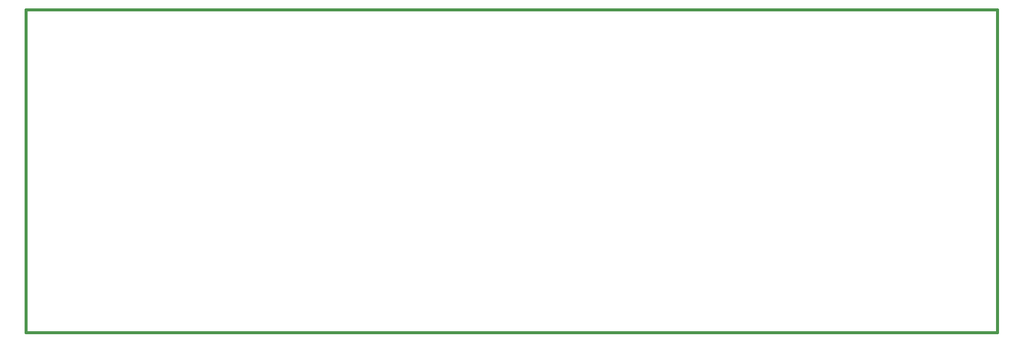
<source format=gm1>
G04 #@! TF.GenerationSoftware,KiCad,Pcbnew,(6.0.9)*
G04 #@! TF.CreationDate,2023-01-09T10:20:38+01:00*
G04 #@! TF.ProjectId,Speeduino 1990 Rev2 3SGE ECU adapter 174518-7,53706565-6475-4696-9e6f-203139393020,1*
G04 #@! TF.SameCoordinates,Original*
G04 #@! TF.FileFunction,Profile,NP*
%FSLAX46Y46*%
G04 Gerber Fmt 4.6, Leading zero omitted, Abs format (unit mm)*
G04 Created by KiCad (PCBNEW (6.0.9)) date 2023-01-09 10:20:38*
%MOMM*%
%LPD*%
G01*
G04 APERTURE LIST*
G04 #@! TA.AperFunction,Profile*
%ADD10C,0.381000*%
G04 #@! TD*
G04 APERTURE END LIST*
D10*
X187960000Y-86106000D02*
X50800000Y-86106000D01*
X50800000Y-86106000D02*
X50800000Y-40460000D01*
X50800000Y-40460000D02*
X187960000Y-40460000D01*
X187960000Y-40460000D02*
X187960000Y-86106000D01*
M02*

</source>
